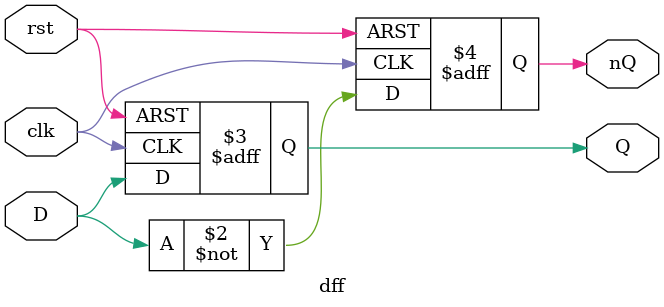
<source format=v>
module dff(output reg Q, nQ, input D, clk, rst);
    always@(negedge clk, negedge rst) begin
        if (rst) begin
            Q<=D;
            nQ<=~D;
        end
        else begin
            Q<=1'b0;
            nQ<=1'b1;
        end
    end
endmodule
</source>
